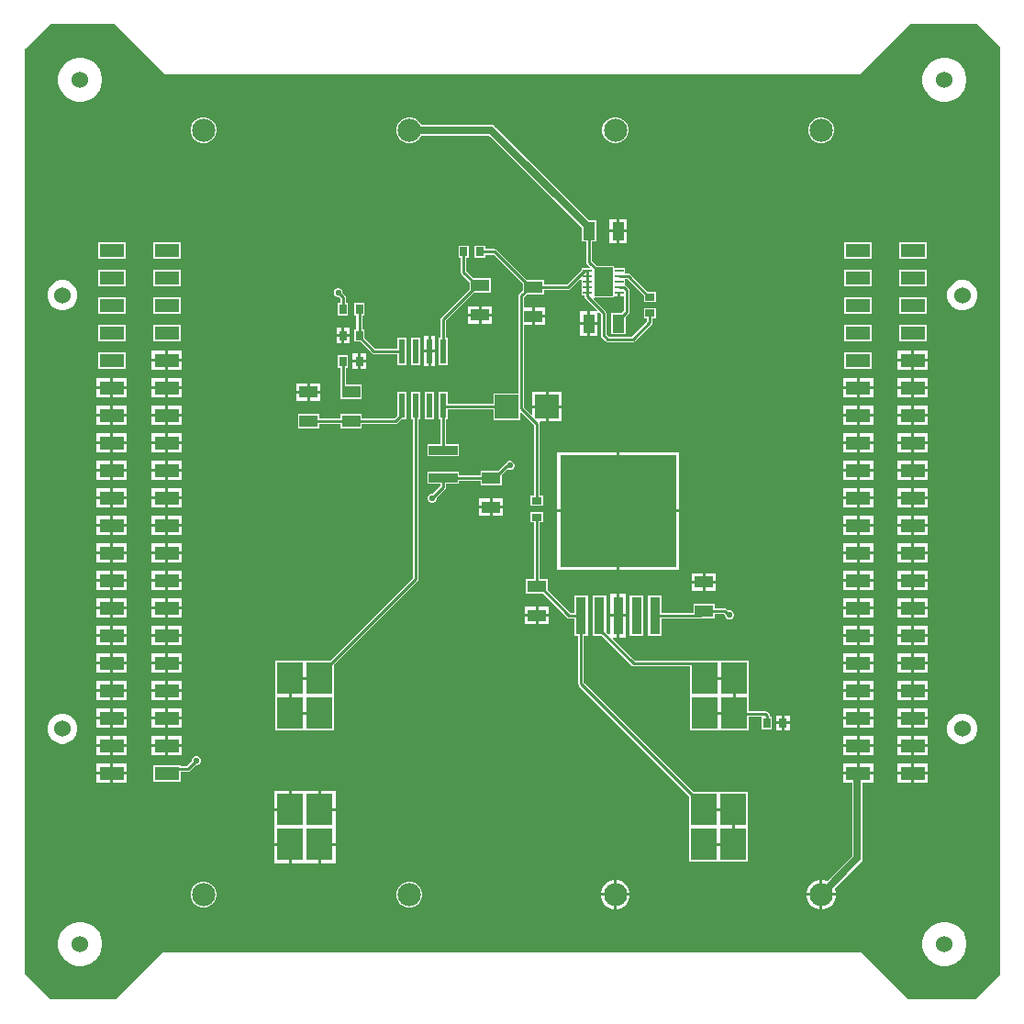
<source format=gbl>
G04*
G04 #@! TF.GenerationSoftware,Altium Limited,Altium Designer,21.6.1 (37)*
G04*
G04 Layer_Physical_Order=2*
G04 Layer_Color=16711680*
%FSLAX25Y25*%
%MOIN*%
G70*
G04*
G04 #@! TF.SameCoordinates,C516AF74-9130-49D1-8B6C-B0EE44DE5DC1*
G04*
G04*
G04 #@! TF.FilePolarity,Positive*
G04*
G01*
G75*
%ADD12C,0.01000*%
%ADD19R,0.02756X0.03543*%
%ADD21C,0.02800*%
%ADD22C,0.08445*%
%ADD23C,0.06000*%
%ADD24C,0.02300*%
%ADD25R,0.06693X0.04331*%
%ADD26R,0.09016X0.05000*%
%ADD27R,0.09646X0.11614*%
%ADD28R,0.02100X0.09000*%
%ADD29R,0.03543X0.02756*%
%ADD30R,0.04331X0.06693*%
%ADD31R,0.10600X0.03350*%
%ADD32R,0.08584X0.08701*%
%ADD33R,0.03200X0.01000*%
%ADD34R,0.42200X0.40800*%
%ADD35R,0.03800X0.13800*%
%ADD36R,0.06900X0.10630*%
G36*
X24590Y-8280D02*
Y-345359D01*
X15612Y-354338D01*
X-8601D01*
X-25801Y-337138D01*
X-279401D01*
Y-337138D01*
X-296601Y-354338D01*
X-296601Y-354337D01*
X-320333D01*
X-329853Y-344817D01*
X-329806Y-344770D01*
Y-9030D01*
X-329362D01*
X-320322Y11D01*
X-320311Y-0D01*
X-296938D01*
X-278601Y-18337D01*
X-26520D01*
X-8165Y17D01*
X16292D01*
X24590Y-8280D01*
D02*
G37*
%LPC*%
G36*
X5173Y-12200D02*
X3597D01*
X2051Y-12507D01*
X595Y-13111D01*
X-715Y-13986D01*
X-1829Y-15100D01*
X-2705Y-16411D01*
X-3308Y-17867D01*
X-3615Y-19412D01*
Y-20988D01*
X-3308Y-22534D01*
X-2705Y-23990D01*
X-1829Y-25300D01*
X-715Y-26414D01*
X595Y-27290D01*
X2051Y-27893D01*
X3597Y-28200D01*
X5173D01*
X6718Y-27893D01*
X8174Y-27290D01*
X9485Y-26414D01*
X10599Y-25300D01*
X11474Y-23990D01*
X12077Y-22534D01*
X12385Y-20988D01*
Y-19412D01*
X12077Y-17867D01*
X11474Y-16411D01*
X10599Y-15100D01*
X9485Y-13986D01*
X8174Y-13111D01*
X6718Y-12507D01*
X5173Y-12200D01*
D02*
G37*
G36*
X-308814D02*
X-310390D01*
X-311936Y-12507D01*
X-313392Y-13111D01*
X-314702Y-13986D01*
X-315816Y-15100D01*
X-316692Y-16411D01*
X-317295Y-17867D01*
X-317602Y-19412D01*
Y-20988D01*
X-317295Y-22534D01*
X-316692Y-23990D01*
X-315816Y-25300D01*
X-314702Y-26414D01*
X-313392Y-27290D01*
X-311936Y-27893D01*
X-310390Y-28200D01*
X-308814D01*
X-307269Y-27893D01*
X-305813Y-27290D01*
X-304503Y-26414D01*
X-303388Y-25300D01*
X-302513Y-23990D01*
X-301910Y-22534D01*
X-301602Y-20988D01*
Y-19412D01*
X-301910Y-17867D01*
X-302513Y-16411D01*
X-303388Y-15100D01*
X-304503Y-13986D01*
X-305813Y-13111D01*
X-307269Y-12507D01*
X-308814Y-12200D01*
D02*
G37*
G36*
X-39772Y-33758D02*
X-41016D01*
X-42217Y-34080D01*
X-43293Y-34701D01*
X-44173Y-35581D01*
X-44794Y-36657D01*
X-45116Y-37858D01*
Y-39102D01*
X-44794Y-40303D01*
X-44173Y-41380D01*
X-43293Y-42259D01*
X-42217Y-42881D01*
X-41016Y-43203D01*
X-39772D01*
X-38571Y-42881D01*
X-37494Y-42259D01*
X-36615Y-41380D01*
X-35993Y-40303D01*
X-35671Y-39102D01*
Y-37858D01*
X-35993Y-36657D01*
X-36615Y-35581D01*
X-37494Y-34701D01*
X-38571Y-34080D01*
X-39772Y-33758D01*
D02*
G37*
G36*
X-114575D02*
X-115819D01*
X-117020Y-34080D01*
X-118097Y-34701D01*
X-118976Y-35581D01*
X-119598Y-36657D01*
X-119919Y-37858D01*
Y-39102D01*
X-119598Y-40303D01*
X-118976Y-41380D01*
X-118097Y-42259D01*
X-117020Y-42881D01*
X-115819Y-43203D01*
X-114575D01*
X-113374Y-42881D01*
X-112297Y-42259D01*
X-111418Y-41380D01*
X-110796Y-40303D01*
X-110475Y-39102D01*
Y-37858D01*
X-110796Y-36657D01*
X-111418Y-35581D01*
X-112297Y-34701D01*
X-113374Y-34080D01*
X-114575Y-33758D01*
D02*
G37*
G36*
X-264182D02*
X-265425D01*
X-266626Y-34080D01*
X-267703Y-34701D01*
X-268582Y-35581D01*
X-269204Y-36657D01*
X-269526Y-37858D01*
Y-39102D01*
X-269204Y-40303D01*
X-268582Y-41380D01*
X-267703Y-42259D01*
X-266626Y-42881D01*
X-265425Y-43203D01*
X-264182D01*
X-262981Y-42881D01*
X-261904Y-42259D01*
X-261024Y-41380D01*
X-260403Y-40303D01*
X-260081Y-39102D01*
Y-37858D01*
X-260403Y-36657D01*
X-261024Y-35581D01*
X-261904Y-34701D01*
X-262981Y-34080D01*
X-264182Y-33758D01*
D02*
G37*
G36*
X-111049Y-70732D02*
X-113714D01*
Y-74578D01*
X-111049D01*
Y-70732D01*
D02*
G37*
G36*
X-114714D02*
X-117380D01*
Y-74578D01*
X-114714D01*
Y-70732D01*
D02*
G37*
G36*
X-111049Y-75578D02*
X-113714D01*
Y-79425D01*
X-111049D01*
Y-75578D01*
D02*
G37*
G36*
X-114714D02*
X-117380D01*
Y-79425D01*
X-114714D01*
Y-75578D01*
D02*
G37*
G36*
X-2147Y-79170D02*
X-12163D01*
Y-85170D01*
X-2147D01*
Y-79170D01*
D02*
G37*
G36*
X-22029D02*
X-32045D01*
Y-85170D01*
X-22029D01*
Y-79170D01*
D02*
G37*
G36*
X-273174D02*
X-283189D01*
Y-85170D01*
X-273174D01*
Y-79170D01*
D02*
G37*
G36*
X-293056D02*
X-303071D01*
Y-85170D01*
X-293056D01*
Y-79170D01*
D02*
G37*
G36*
X-189378Y-33758D02*
X-190622D01*
X-191823Y-34080D01*
X-192900Y-34701D01*
X-193779Y-35581D01*
X-194401Y-36657D01*
X-194723Y-37858D01*
Y-39102D01*
X-194401Y-40303D01*
X-193779Y-41380D01*
X-192900Y-42259D01*
X-191823Y-42881D01*
X-190622Y-43203D01*
X-189378D01*
X-188177Y-42881D01*
X-187101Y-42259D01*
X-186221Y-41380D01*
X-185666Y-40417D01*
X-161064D01*
X-127510Y-73971D01*
Y-78925D01*
X-125864D01*
Y-86367D01*
X-125786Y-86757D01*
X-125565Y-87088D01*
X-124506Y-88147D01*
X-124697Y-88609D01*
X-125231D01*
X-125329Y-88589D01*
X-126429D01*
X-126528Y-88609D01*
X-127429D01*
Y-89167D01*
X-132758Y-94496D01*
X-141155D01*
Y-92850D01*
X-147405D01*
X-158277Y-81978D01*
X-158608Y-81757D01*
X-158998Y-81680D01*
X-162470D01*
Y-80428D01*
X-166226D01*
Y-84971D01*
X-162470D01*
Y-83719D01*
X-159420D01*
X-148847Y-94292D01*
Y-96739D01*
X-150068Y-97960D01*
X-150289Y-98291D01*
X-150367Y-98681D01*
Y-134069D01*
X-159385D01*
Y-137900D01*
X-176151D01*
Y-133526D01*
X-179251D01*
Y-143526D01*
X-178720D01*
Y-152612D01*
X-183501D01*
Y-156962D01*
X-171901D01*
Y-152612D01*
X-176681D01*
Y-143526D01*
X-176151D01*
Y-139939D01*
X-159385D01*
Y-143770D01*
X-149801D01*
Y-141240D01*
X-149339Y-141048D01*
X-144720Y-145667D01*
Y-171259D01*
X-145973D01*
Y-175015D01*
X-141429D01*
Y-171259D01*
X-142681D01*
Y-145245D01*
X-142759Y-144854D01*
X-142815Y-144770D01*
X-142548Y-144270D01*
X-140469D01*
Y-139419D01*
X-145262D01*
Y-141589D01*
X-145723Y-141780D01*
X-148281Y-139222D01*
Y-134155D01*
X-148328Y-133921D01*
Y-109311D01*
X-145501D01*
Y-106145D01*
X-145001D01*
D01*
X-145501D01*
Y-102980D01*
X-148328D01*
Y-99103D01*
X-147405Y-98181D01*
X-141155D01*
Y-96535D01*
X-132336D01*
X-131946Y-96457D01*
X-131615Y-96236D01*
X-127910Y-92532D01*
X-127429Y-92758D01*
Y-94547D01*
Y-98485D01*
X-126349D01*
Y-98967D01*
X-126271Y-99358D01*
X-126050Y-99688D01*
X-121881Y-103858D01*
X-122088Y-104358D01*
X-124344D01*
Y-108204D01*
X-121679D01*
Y-104767D01*
X-121179Y-104560D01*
X-120549Y-105190D01*
Y-112903D01*
X-120471Y-113293D01*
X-120250Y-113624D01*
X-118737Y-115137D01*
X-118406Y-115358D01*
X-118016Y-115436D01*
X-108680D01*
X-108290Y-115358D01*
X-107959Y-115137D01*
X-101880Y-109058D01*
X-101659Y-108728D01*
X-101581Y-108337D01*
Y-106842D01*
X-100329D01*
Y-103086D01*
X-104873D01*
Y-106842D01*
X-103621D01*
Y-107915D01*
X-109102Y-113397D01*
X-117593D01*
X-118510Y-112480D01*
Y-104767D01*
X-118587Y-104377D01*
X-118808Y-104046D01*
X-122993Y-99862D01*
X-122786Y-99362D01*
X-115579D01*
Y-98985D01*
X-114229D01*
Y-97485D01*
X-113229D01*
Y-98985D01*
X-112149D01*
Y-104016D01*
X-112991Y-104858D01*
X-116880D01*
Y-112551D01*
X-111549D01*
Y-106300D01*
X-110408Y-105159D01*
X-110187Y-104828D01*
X-110110Y-104438D01*
Y-96571D01*
X-110187Y-96180D01*
X-110408Y-95850D01*
X-111463Y-94795D01*
X-111629Y-94684D01*
Y-92598D01*
X-110898D01*
X-104873Y-98623D01*
Y-100937D01*
X-100329D01*
Y-97181D01*
X-103431D01*
X-109755Y-90857D01*
X-110085Y-90636D01*
X-110475Y-90558D01*
X-111629D01*
Y-88609D01*
X-115579D01*
Y-87732D01*
X-122037D01*
X-123825Y-85945D01*
Y-78925D01*
X-122179D01*
Y-71232D01*
X-124770D01*
X-158891Y-37110D01*
X-159520Y-36690D01*
X-160261Y-36543D01*
X-185666D01*
X-186221Y-35581D01*
X-187101Y-34701D01*
X-188177Y-34080D01*
X-189378Y-33758D01*
D02*
G37*
G36*
X-2147Y-89170D02*
X-12163D01*
Y-95170D01*
X-2147D01*
Y-89170D01*
D02*
G37*
G36*
X-22029D02*
X-32045D01*
Y-95170D01*
X-22029D01*
Y-89170D01*
D02*
G37*
G36*
X-273174D02*
X-283189D01*
Y-95170D01*
X-273174D01*
Y-89170D01*
D02*
G37*
G36*
X-293056D02*
X-303071D01*
Y-95170D01*
X-293056D01*
Y-89170D01*
D02*
G37*
G36*
X11541Y-92950D02*
X10106D01*
X8720Y-93322D01*
X7477Y-94039D01*
X6462Y-95054D01*
X5745Y-96297D01*
X5373Y-97683D01*
Y-99118D01*
X5745Y-100504D01*
X6462Y-101746D01*
X7477Y-102761D01*
X8720Y-103479D01*
X10106Y-103850D01*
X11541D01*
X12927Y-103479D01*
X14170Y-102761D01*
X15184Y-101746D01*
X15902Y-100504D01*
X16273Y-99118D01*
Y-97683D01*
X15902Y-96297D01*
X15184Y-95054D01*
X14170Y-94039D01*
X12927Y-93322D01*
X11541Y-92950D01*
D02*
G37*
G36*
X-315323D02*
X-316758D01*
X-318144Y-93322D01*
X-319387Y-94039D01*
X-320402Y-95054D01*
X-321119Y-96297D01*
X-321491Y-97683D01*
Y-99118D01*
X-321119Y-100504D01*
X-320402Y-101746D01*
X-319387Y-102761D01*
X-318144Y-103479D01*
X-316758Y-103850D01*
X-315323D01*
X-313937Y-103479D01*
X-312695Y-102761D01*
X-311680Y-101746D01*
X-310962Y-100504D01*
X-310591Y-99118D01*
Y-97683D01*
X-310962Y-96297D01*
X-311680Y-95054D01*
X-312695Y-94039D01*
X-313937Y-93322D01*
X-315323Y-92950D01*
D02*
G37*
G36*
X-160002Y-102389D02*
X-163848D01*
Y-105055D01*
X-160002D01*
Y-102389D01*
D02*
G37*
G36*
X-164848D02*
X-168695D01*
Y-105055D01*
X-164848D01*
Y-102389D01*
D02*
G37*
G36*
X-2147Y-99170D02*
X-12163D01*
Y-105170D01*
X-2147D01*
Y-99170D01*
D02*
G37*
G36*
X-22029D02*
X-32045D01*
Y-105170D01*
X-22029D01*
Y-99170D01*
D02*
G37*
G36*
X-273174D02*
X-283189D01*
Y-105170D01*
X-273174D01*
Y-99170D01*
D02*
G37*
G36*
X-293056D02*
X-303071D01*
Y-105170D01*
X-293056D01*
Y-99170D01*
D02*
G37*
G36*
X-140655Y-102980D02*
X-144501D01*
Y-105645D01*
X-140655D01*
Y-102980D01*
D02*
G37*
G36*
X-215551Y-95835D02*
X-216208D01*
X-216814Y-96086D01*
X-217279Y-96550D01*
X-217530Y-97157D01*
Y-97813D01*
X-217279Y-98420D01*
X-216814Y-98884D01*
X-216208Y-99135D01*
X-215672D01*
X-215128Y-99679D01*
Y-101315D01*
X-215986D01*
Y-105858D01*
X-212230D01*
Y-101315D01*
X-213088D01*
Y-99257D01*
X-213166Y-98866D01*
X-213387Y-98536D01*
X-214230Y-97693D01*
Y-97157D01*
X-214481Y-96550D01*
X-214945Y-96086D01*
X-215551Y-95835D01*
D02*
G37*
G36*
X-125344Y-104358D02*
X-128010D01*
Y-108204D01*
X-125344D01*
Y-104358D01*
D02*
G37*
G36*
X-160002Y-106055D02*
X-163848D01*
Y-108720D01*
X-160002D01*
Y-106055D01*
D02*
G37*
G36*
X-164848D02*
X-168695D01*
Y-108720D01*
X-164848D01*
Y-106055D01*
D02*
G37*
G36*
X-140655Y-106645D02*
X-144501D01*
Y-109311D01*
X-140655D01*
Y-106645D01*
D02*
G37*
G36*
X-211730Y-110267D02*
X-213608D01*
Y-112538D01*
X-211730D01*
Y-110267D01*
D02*
G37*
G36*
X-214608D02*
X-216486D01*
Y-112538D01*
X-214608D01*
Y-110267D01*
D02*
G37*
G36*
X-121679Y-109204D02*
X-124344D01*
Y-113051D01*
X-121679D01*
Y-109204D01*
D02*
G37*
G36*
X-125344D02*
X-128010D01*
Y-113051D01*
X-125344D01*
Y-109204D01*
D02*
G37*
G36*
X-2147Y-109170D02*
X-12163D01*
Y-115170D01*
X-2147D01*
Y-109170D01*
D02*
G37*
G36*
X-22029D02*
X-32045D01*
Y-115170D01*
X-22029D01*
Y-109170D01*
D02*
G37*
G36*
X-273174D02*
X-283189D01*
Y-115170D01*
X-273174D01*
Y-109170D01*
D02*
G37*
G36*
X-293056D02*
X-303071D01*
Y-115170D01*
X-293056D01*
Y-109170D01*
D02*
G37*
G36*
X-211730Y-113538D02*
X-213608D01*
Y-115810D01*
X-211730D01*
Y-113538D01*
D02*
G37*
G36*
X-214608D02*
X-216486D01*
Y-115810D01*
X-214608D01*
Y-113538D01*
D02*
G37*
G36*
X-180651Y-113226D02*
X-182201D01*
Y-118226D01*
X-180651D01*
Y-113226D01*
D02*
G37*
G36*
X-183201D02*
X-184751D01*
Y-118226D01*
X-183201D01*
Y-113226D01*
D02*
G37*
G36*
X-1647Y-118670D02*
X-6655D01*
Y-121670D01*
X-1647D01*
Y-118670D01*
D02*
G37*
G36*
X-7655D02*
X-12663D01*
Y-121670D01*
X-7655D01*
Y-118670D01*
D02*
G37*
G36*
X-272674D02*
X-277681D01*
Y-121670D01*
X-272674D01*
Y-118670D01*
D02*
G37*
G36*
X-278681D02*
X-283689D01*
Y-121670D01*
X-278681D01*
Y-118670D01*
D02*
G37*
G36*
X-205824Y-119666D02*
X-207702D01*
Y-121937D01*
X-205824D01*
Y-119666D01*
D02*
G37*
G36*
X-208702D02*
X-210580D01*
Y-121937D01*
X-208702D01*
Y-119666D01*
D02*
G37*
G36*
X-168376Y-80428D02*
X-172132D01*
Y-84971D01*
X-171273D01*
Y-90200D01*
X-171196Y-90591D01*
X-170975Y-90921D01*
X-168195Y-93701D01*
Y-96148D01*
X-178422Y-106376D01*
X-178643Y-106706D01*
X-178720Y-107097D01*
Y-113726D01*
X-179251D01*
Y-123726D01*
X-176151D01*
Y-113726D01*
X-176681D01*
Y-107519D01*
X-166753Y-97590D01*
X-160502D01*
Y-92260D01*
X-166753D01*
X-169234Y-89778D01*
Y-84971D01*
X-168376D01*
Y-80428D01*
D02*
G37*
G36*
X-186151Y-113726D02*
X-189251D01*
Y-123726D01*
X-186151D01*
Y-113726D01*
D02*
G37*
G36*
X-206325Y-101315D02*
X-210080D01*
Y-105858D01*
X-209222D01*
Y-110767D01*
X-210080D01*
Y-115310D01*
X-207766D01*
X-203630Y-119447D01*
X-203299Y-119667D01*
X-202909Y-119745D01*
X-194251D01*
Y-123726D01*
X-191151D01*
Y-113726D01*
X-194251D01*
Y-117706D01*
X-202487D01*
X-206325Y-113868D01*
Y-110767D01*
X-207183D01*
Y-105858D01*
X-206325D01*
Y-101315D01*
D02*
G37*
G36*
X-180651Y-119226D02*
X-182201D01*
Y-124226D01*
X-180651D01*
Y-119226D01*
D02*
G37*
G36*
X-183201D02*
X-184751D01*
Y-124226D01*
X-183201D01*
Y-119226D01*
D02*
G37*
G36*
X-22029Y-119170D02*
X-32045D01*
Y-125170D01*
X-22029D01*
Y-119170D01*
D02*
G37*
G36*
X-293056D02*
X-303071D01*
Y-125170D01*
X-293056D01*
Y-119170D01*
D02*
G37*
G36*
X-205824Y-122937D02*
X-207702D01*
Y-125209D01*
X-205824D01*
Y-122937D01*
D02*
G37*
G36*
X-208702D02*
X-210580D01*
Y-125209D01*
X-208702D01*
Y-122937D01*
D02*
G37*
G36*
X-1647Y-122670D02*
X-6655D01*
Y-125670D01*
X-1647D01*
Y-122670D01*
D02*
G37*
G36*
X-7655D02*
X-12663D01*
Y-125670D01*
X-7655D01*
Y-122670D01*
D02*
G37*
G36*
X-272674Y-122670D02*
X-277681D01*
Y-125670D01*
X-272674D01*
Y-122670D01*
D02*
G37*
G36*
X-278681D02*
X-283689D01*
Y-125670D01*
X-278681D01*
Y-122670D01*
D02*
G37*
G36*
X-292555Y-128670D02*
X-297563D01*
Y-131670D01*
X-292555D01*
Y-128670D01*
D02*
G37*
G36*
X-298563D02*
X-303571D01*
Y-131670D01*
X-298563D01*
Y-128670D01*
D02*
G37*
G36*
X-1647D02*
X-6655D01*
Y-131670D01*
X-1647D01*
Y-128670D01*
D02*
G37*
G36*
X-7655D02*
X-12663D01*
Y-131670D01*
X-7655D01*
Y-128670D01*
D02*
G37*
G36*
X-272674D02*
X-277681D01*
Y-131670D01*
X-272674D01*
Y-128670D01*
D02*
G37*
G36*
X-278681D02*
X-283689D01*
Y-131670D01*
X-278681D01*
Y-128670D01*
D02*
G37*
G36*
X-21529D02*
X-26537D01*
Y-131670D01*
X-21529D01*
Y-128670D01*
D02*
G37*
G36*
X-27537D02*
X-32545D01*
Y-131670D01*
X-27537D01*
Y-128670D01*
D02*
G37*
G36*
X-222355Y-130439D02*
X-226201D01*
Y-133104D01*
X-222355D01*
Y-130439D01*
D02*
G37*
G36*
X-227201D02*
X-231047D01*
Y-133104D01*
X-227201D01*
Y-130439D01*
D02*
G37*
G36*
X-1647Y-132670D02*
X-6655D01*
Y-135670D01*
X-1647D01*
Y-132670D01*
D02*
G37*
G36*
X-7655D02*
X-12663D01*
Y-135670D01*
X-7655D01*
Y-132670D01*
D02*
G37*
G36*
X-21529Y-132670D02*
X-26537D01*
Y-135670D01*
X-21529D01*
Y-132670D01*
D02*
G37*
G36*
X-27537D02*
X-32545D01*
Y-135670D01*
X-27537D01*
Y-132670D01*
D02*
G37*
G36*
X-272674Y-132670D02*
X-277681D01*
Y-135670D01*
X-272674D01*
Y-132670D01*
D02*
G37*
G36*
X-278681D02*
X-283689D01*
Y-135670D01*
X-278681D01*
Y-132670D01*
D02*
G37*
G36*
X-292555Y-132670D02*
X-297563D01*
Y-135670D01*
X-292555D01*
Y-132670D01*
D02*
G37*
G36*
X-298563D02*
X-303571D01*
Y-135670D01*
X-298563D01*
Y-132670D01*
D02*
G37*
G36*
X-212230Y-120166D02*
X-215986D01*
Y-124709D01*
X-215128D01*
Y-131833D01*
X-215050Y-132223D01*
X-215002Y-132295D01*
Y-136270D01*
X-207309D01*
Y-130939D01*
X-213088D01*
Y-124709D01*
X-212230D01*
Y-120166D01*
D02*
G37*
G36*
X-222355Y-134104D02*
X-226201D01*
Y-136770D01*
X-222355D01*
Y-134104D01*
D02*
G37*
G36*
X-227201D02*
X-231047D01*
Y-136770D01*
X-227201D01*
Y-134104D01*
D02*
G37*
G36*
X-134677Y-133569D02*
X-139469D01*
Y-138419D01*
X-134677D01*
Y-133569D01*
D02*
G37*
G36*
X-140469D02*
X-145262D01*
Y-138419D01*
X-140469D01*
Y-133569D01*
D02*
G37*
G36*
X-292555Y-138670D02*
X-297563D01*
Y-141670D01*
X-292555D01*
Y-138670D01*
D02*
G37*
G36*
X-298563D02*
X-303571D01*
Y-141670D01*
X-298563D01*
Y-138670D01*
D02*
G37*
G36*
X-1647D02*
X-6655D01*
Y-141670D01*
X-1647D01*
Y-138670D01*
D02*
G37*
G36*
X-7655D02*
X-12663D01*
Y-141670D01*
X-7655D01*
Y-138670D01*
D02*
G37*
G36*
X-272674D02*
X-277681D01*
Y-141670D01*
X-272674D01*
Y-138670D01*
D02*
G37*
G36*
X-278681D02*
X-283689D01*
Y-141670D01*
X-278681D01*
Y-138670D01*
D02*
G37*
G36*
X-21529D02*
X-26537D01*
Y-141670D01*
X-21529D01*
Y-138670D01*
D02*
G37*
G36*
X-27537D02*
X-32545D01*
Y-141670D01*
X-27537D01*
Y-138670D01*
D02*
G37*
G36*
X-191151Y-133526D02*
X-194251D01*
Y-142084D01*
X-195382Y-143215D01*
X-207309D01*
Y-141569D01*
X-215002D01*
Y-143215D01*
X-222854D01*
Y-141569D01*
X-230547D01*
Y-146900D01*
X-222854D01*
Y-145254D01*
X-215002D01*
Y-146900D01*
X-207309D01*
Y-145254D01*
X-194960D01*
X-194569Y-145176D01*
X-194239Y-144955D01*
X-192809Y-143526D01*
X-191151D01*
Y-133526D01*
D02*
G37*
G36*
X-181151D02*
X-184251D01*
Y-143526D01*
X-181151D01*
Y-133526D01*
D02*
G37*
G36*
X-134677Y-139419D02*
X-139469D01*
Y-144270D01*
X-134677D01*
Y-139419D01*
D02*
G37*
G36*
X-1647Y-142670D02*
X-6655D01*
Y-145670D01*
X-1647D01*
Y-142670D01*
D02*
G37*
G36*
X-7655D02*
X-12663D01*
Y-145670D01*
X-7655D01*
Y-142670D01*
D02*
G37*
G36*
X-21529Y-142670D02*
X-26537D01*
Y-145670D01*
X-21529D01*
Y-142670D01*
D02*
G37*
G36*
X-27537D02*
X-32545D01*
Y-145670D01*
X-27537D01*
Y-142670D01*
D02*
G37*
G36*
X-272674Y-142670D02*
X-277681D01*
Y-145670D01*
X-272674D01*
Y-142670D01*
D02*
G37*
G36*
X-278681D02*
X-283689D01*
Y-145670D01*
X-278681D01*
Y-142670D01*
D02*
G37*
G36*
X-292555Y-142670D02*
X-297563D01*
Y-145670D01*
X-292555D01*
Y-142670D01*
D02*
G37*
G36*
X-298563D02*
X-303571D01*
Y-145670D01*
X-298563D01*
Y-142670D01*
D02*
G37*
G36*
X-292555Y-148670D02*
X-297563D01*
Y-151670D01*
X-292555D01*
Y-148670D01*
D02*
G37*
G36*
X-298563D02*
X-303571D01*
Y-151670D01*
X-298563D01*
Y-148670D01*
D02*
G37*
G36*
X-1647D02*
X-6655D01*
Y-151670D01*
X-1647D01*
Y-148670D01*
D02*
G37*
G36*
X-7655D02*
X-12663D01*
Y-151670D01*
X-7655D01*
Y-148670D01*
D02*
G37*
G36*
X-272674D02*
X-277681D01*
Y-151670D01*
X-272674D01*
Y-148670D01*
D02*
G37*
G36*
X-278681D02*
X-283689D01*
Y-151670D01*
X-278681D01*
Y-148670D01*
D02*
G37*
G36*
X-21529D02*
X-26537D01*
Y-151670D01*
X-21529D01*
Y-148670D01*
D02*
G37*
G36*
X-27537D02*
X-32545D01*
Y-151670D01*
X-27537D01*
Y-148670D01*
D02*
G37*
G36*
X-1647Y-152670D02*
X-6655D01*
Y-155670D01*
X-1647D01*
Y-152670D01*
D02*
G37*
G36*
X-7655D02*
X-12663D01*
Y-155670D01*
X-7655D01*
Y-152670D01*
D02*
G37*
G36*
X-21529Y-152670D02*
X-26537D01*
Y-155670D01*
X-21529D01*
Y-152670D01*
D02*
G37*
G36*
X-27537D02*
X-32545D01*
Y-155670D01*
X-27537D01*
Y-152670D01*
D02*
G37*
G36*
X-272674Y-152670D02*
X-277681D01*
Y-155670D01*
X-272674D01*
Y-152670D01*
D02*
G37*
G36*
X-278681D02*
X-283689D01*
Y-155670D01*
X-278681D01*
Y-152670D01*
D02*
G37*
G36*
X-292555Y-152670D02*
X-297563D01*
Y-155670D01*
X-292555D01*
Y-152670D01*
D02*
G37*
G36*
X-298563D02*
X-303571D01*
Y-155670D01*
X-298563D01*
Y-152670D01*
D02*
G37*
G36*
X-292555Y-158670D02*
X-297563D01*
Y-161670D01*
X-292555D01*
Y-158670D01*
D02*
G37*
G36*
X-298563D02*
X-303571D01*
Y-161670D01*
X-298563D01*
Y-158670D01*
D02*
G37*
G36*
X-1647D02*
X-6655D01*
Y-161670D01*
X-1647D01*
Y-158670D01*
D02*
G37*
G36*
X-7655D02*
X-12663D01*
Y-161670D01*
X-7655D01*
Y-158670D01*
D02*
G37*
G36*
X-272674D02*
X-277681D01*
Y-161670D01*
X-272674D01*
Y-158670D01*
D02*
G37*
G36*
X-278681D02*
X-283689D01*
Y-161670D01*
X-278681D01*
Y-158670D01*
D02*
G37*
G36*
X-21529D02*
X-26537D01*
Y-161670D01*
X-21529D01*
Y-158670D01*
D02*
G37*
G36*
X-27537D02*
X-32545D01*
Y-161670D01*
X-27537D01*
Y-158670D01*
D02*
G37*
G36*
X-153173Y-158687D02*
X-153829D01*
X-154436Y-158939D01*
X-154900Y-159403D01*
X-154957Y-159541D01*
X-155186Y-159587D01*
X-155516Y-159808D01*
X-157881Y-162172D01*
X-164132D01*
Y-163818D01*
X-171901D01*
Y-162662D01*
X-183501D01*
Y-167012D01*
X-178720D01*
Y-167648D01*
X-181543Y-170471D01*
X-182079D01*
X-182686Y-170722D01*
X-183150Y-171186D01*
X-183401Y-171793D01*
Y-172449D01*
X-183150Y-173056D01*
X-182686Y-173520D01*
X-182079Y-173771D01*
X-181423D01*
X-180816Y-173520D01*
X-180352Y-173056D01*
X-180101Y-172449D01*
Y-171913D01*
X-176980Y-168792D01*
X-176759Y-168461D01*
X-176681Y-168071D01*
Y-167012D01*
X-171901D01*
Y-165857D01*
X-164132D01*
Y-167503D01*
X-156439D01*
Y-163614D01*
X-154498Y-161673D01*
X-154436Y-161736D01*
X-153829Y-161987D01*
X-153173D01*
X-152566Y-161736D01*
X-152102Y-161272D01*
X-151851Y-160666D01*
Y-160009D01*
X-152102Y-159403D01*
X-152566Y-158939D01*
X-153173Y-158687D01*
D02*
G37*
G36*
X-1647Y-162670D02*
X-6655D01*
Y-165670D01*
X-1647D01*
Y-162670D01*
D02*
G37*
G36*
X-7655D02*
X-12663D01*
Y-165670D01*
X-7655D01*
Y-162670D01*
D02*
G37*
G36*
X-21529Y-162670D02*
X-26537D01*
Y-165670D01*
X-21529D01*
Y-162670D01*
D02*
G37*
G36*
X-27537D02*
X-32545D01*
Y-165670D01*
X-27537D01*
Y-162670D01*
D02*
G37*
G36*
X-272674Y-162670D02*
X-277681D01*
Y-165670D01*
X-272674D01*
Y-162670D01*
D02*
G37*
G36*
X-278681D02*
X-283689D01*
Y-165670D01*
X-278681D01*
Y-162670D01*
D02*
G37*
G36*
X-292555Y-162670D02*
X-297563D01*
Y-165670D01*
X-292555D01*
Y-162670D01*
D02*
G37*
G36*
X-298563D02*
X-303571D01*
Y-165670D01*
X-298563D01*
Y-162670D01*
D02*
G37*
G36*
X-292555Y-168670D02*
X-297563D01*
Y-171670D01*
X-292555D01*
Y-168670D01*
D02*
G37*
G36*
X-298563D02*
X-303571D01*
Y-171670D01*
X-298563D01*
Y-168670D01*
D02*
G37*
G36*
X-1647D02*
X-6655D01*
Y-171670D01*
X-1647D01*
Y-168670D01*
D02*
G37*
G36*
X-7655D02*
X-12663D01*
Y-171670D01*
X-7655D01*
Y-168670D01*
D02*
G37*
G36*
X-272674D02*
X-277681D01*
Y-171670D01*
X-272674D01*
Y-168670D01*
D02*
G37*
G36*
X-278681D02*
X-283689D01*
Y-171670D01*
X-278681D01*
Y-168670D01*
D02*
G37*
G36*
X-21529D02*
X-26537D01*
Y-171670D01*
X-21529D01*
Y-168670D01*
D02*
G37*
G36*
X-27537D02*
X-32545D01*
Y-171670D01*
X-27537D01*
Y-168670D01*
D02*
G37*
G36*
X-155939Y-172302D02*
X-159785D01*
Y-174967D01*
X-155939D01*
Y-172302D01*
D02*
G37*
G36*
X-160785D02*
X-164632D01*
Y-174967D01*
X-160785D01*
Y-172302D01*
D02*
G37*
G36*
X-1647Y-172670D02*
X-6655D01*
Y-175670D01*
X-1647D01*
Y-172670D01*
D02*
G37*
G36*
X-7655D02*
X-12663D01*
Y-175670D01*
X-7655D01*
Y-172670D01*
D02*
G37*
G36*
X-21529Y-172670D02*
X-26537D01*
Y-175670D01*
X-21529D01*
Y-172670D01*
D02*
G37*
G36*
X-27537D02*
X-32545D01*
Y-175670D01*
X-27537D01*
Y-172670D01*
D02*
G37*
G36*
X-272674Y-172670D02*
X-277681D01*
Y-175670D01*
X-272674D01*
Y-172670D01*
D02*
G37*
G36*
X-278681D02*
X-283689D01*
Y-175670D01*
X-278681D01*
Y-172670D01*
D02*
G37*
G36*
X-292555Y-172670D02*
X-297563D01*
Y-175670D01*
X-292555D01*
Y-172670D01*
D02*
G37*
G36*
X-298563D02*
X-303571D01*
Y-175670D01*
X-298563D01*
Y-172670D01*
D02*
G37*
G36*
X-92114Y-155445D02*
X-113714D01*
Y-176345D01*
X-92114D01*
Y-155445D01*
D02*
G37*
G36*
X-114714D02*
X-136314D01*
Y-176345D01*
X-114714D01*
Y-155445D01*
D02*
G37*
G36*
X-155939Y-175967D02*
X-159785D01*
Y-178633D01*
X-155939D01*
Y-175967D01*
D02*
G37*
G36*
X-160785D02*
X-164632D01*
Y-178633D01*
X-160785D01*
Y-175967D01*
D02*
G37*
G36*
X-292555Y-178670D02*
X-297563D01*
Y-181670D01*
X-292555D01*
Y-178670D01*
D02*
G37*
G36*
X-298563D02*
X-303571D01*
Y-181670D01*
X-298563D01*
Y-178670D01*
D02*
G37*
G36*
X-1647D02*
X-6655D01*
Y-181670D01*
X-1647D01*
Y-178670D01*
D02*
G37*
G36*
X-7655D02*
X-12663D01*
Y-181670D01*
X-7655D01*
Y-178670D01*
D02*
G37*
G36*
X-272674D02*
X-277681D01*
Y-181670D01*
X-272674D01*
Y-178670D01*
D02*
G37*
G36*
X-278681D02*
X-283689D01*
Y-181670D01*
X-278681D01*
Y-178670D01*
D02*
G37*
G36*
X-21529D02*
X-26537D01*
Y-181670D01*
X-21529D01*
Y-178670D01*
D02*
G37*
G36*
X-27537D02*
X-32545D01*
Y-181670D01*
X-27537D01*
Y-178670D01*
D02*
G37*
G36*
X-1647Y-182670D02*
X-6655D01*
Y-185670D01*
X-1647D01*
Y-182670D01*
D02*
G37*
G36*
X-7655D02*
X-12663D01*
Y-185670D01*
X-7655D01*
Y-182670D01*
D02*
G37*
G36*
X-21529Y-182670D02*
X-26537D01*
Y-185670D01*
X-21529D01*
Y-182670D01*
D02*
G37*
G36*
X-27537D02*
X-32545D01*
Y-185670D01*
X-27537D01*
Y-182670D01*
D02*
G37*
G36*
X-272674Y-182670D02*
X-277681D01*
Y-185670D01*
X-272674D01*
Y-182670D01*
D02*
G37*
G36*
X-278681D02*
X-283689D01*
Y-185670D01*
X-278681D01*
Y-182670D01*
D02*
G37*
G36*
X-292555Y-182670D02*
X-297563D01*
Y-185670D01*
X-292555D01*
Y-182670D01*
D02*
G37*
G36*
X-298563D02*
X-303571D01*
Y-185670D01*
X-298563D01*
Y-182670D01*
D02*
G37*
G36*
X-292555Y-188670D02*
X-297563D01*
Y-191670D01*
X-292555D01*
Y-188670D01*
D02*
G37*
G36*
X-298563D02*
X-303571D01*
Y-191670D01*
X-298563D01*
Y-188670D01*
D02*
G37*
G36*
X-1647D02*
X-6655D01*
Y-191670D01*
X-1647D01*
Y-188670D01*
D02*
G37*
G36*
X-7655D02*
X-12663D01*
Y-191670D01*
X-7655D01*
Y-188670D01*
D02*
G37*
G36*
X-272674D02*
X-277681D01*
Y-191670D01*
X-272674D01*
Y-188670D01*
D02*
G37*
G36*
X-278681D02*
X-283689D01*
Y-191670D01*
X-278681D01*
Y-188670D01*
D02*
G37*
G36*
X-21529D02*
X-26537D01*
Y-191670D01*
X-21529D01*
Y-188670D01*
D02*
G37*
G36*
X-27537D02*
X-32545D01*
Y-191670D01*
X-27537D01*
Y-188670D01*
D02*
G37*
G36*
X-1647Y-192670D02*
X-6655D01*
Y-195670D01*
X-1647D01*
Y-192670D01*
D02*
G37*
G36*
X-7655D02*
X-12663D01*
Y-195670D01*
X-7655D01*
Y-192670D01*
D02*
G37*
G36*
X-21529Y-192670D02*
X-26537D01*
Y-195670D01*
X-21529D01*
Y-192670D01*
D02*
G37*
G36*
X-27537D02*
X-32545D01*
Y-195670D01*
X-27537D01*
Y-192670D01*
D02*
G37*
G36*
X-272674Y-192670D02*
X-277681D01*
Y-195670D01*
X-272674D01*
Y-192670D01*
D02*
G37*
G36*
X-278681D02*
X-283689D01*
Y-195670D01*
X-278681D01*
Y-192670D01*
D02*
G37*
G36*
X-292555Y-192670D02*
X-297563D01*
Y-195670D01*
X-292555D01*
Y-192670D01*
D02*
G37*
G36*
X-298563D02*
X-303571D01*
Y-195670D01*
X-298563D01*
Y-192670D01*
D02*
G37*
G36*
X-92114Y-177345D02*
X-113714D01*
Y-198245D01*
X-92114D01*
Y-177345D01*
D02*
G37*
G36*
X-114714D02*
X-136314D01*
Y-198245D01*
X-114714D01*
Y-177345D01*
D02*
G37*
G36*
X-292555Y-198670D02*
X-297563D01*
Y-201670D01*
X-292555D01*
Y-198670D01*
D02*
G37*
G36*
X-298563D02*
X-303571D01*
Y-201670D01*
X-298563D01*
Y-198670D01*
D02*
G37*
G36*
X-1647D02*
X-6655D01*
Y-201670D01*
X-1647D01*
Y-198670D01*
D02*
G37*
G36*
X-7655D02*
X-12663D01*
Y-201670D01*
X-7655D01*
Y-198670D01*
D02*
G37*
G36*
X-272674D02*
X-277681D01*
Y-201670D01*
X-272674D01*
Y-198670D01*
D02*
G37*
G36*
X-278681D02*
X-283689D01*
Y-201670D01*
X-278681D01*
Y-198670D01*
D02*
G37*
G36*
X-21529D02*
X-26537D01*
Y-201670D01*
X-21529D01*
Y-198670D01*
D02*
G37*
G36*
X-27537D02*
X-32545D01*
Y-201670D01*
X-27537D01*
Y-198670D01*
D02*
G37*
G36*
X-78569Y-199472D02*
X-82416D01*
Y-202137D01*
X-78569D01*
Y-199472D01*
D02*
G37*
G36*
X-83416D02*
X-87262D01*
Y-202137D01*
X-83416D01*
Y-199472D01*
D02*
G37*
G36*
X-1647Y-202670D02*
X-6655D01*
Y-205670D01*
X-1647D01*
Y-202670D01*
D02*
G37*
G36*
X-7655D02*
X-12663D01*
Y-205670D01*
X-7655D01*
Y-202670D01*
D02*
G37*
G36*
X-21529Y-202670D02*
X-26537D01*
Y-205670D01*
X-21529D01*
Y-202670D01*
D02*
G37*
G36*
X-27537D02*
X-32545D01*
Y-205670D01*
X-27537D01*
Y-202670D01*
D02*
G37*
G36*
X-272674Y-202670D02*
X-277681D01*
Y-205670D01*
X-272674D01*
Y-202670D01*
D02*
G37*
G36*
X-278681D02*
X-283689D01*
Y-205670D01*
X-278681D01*
Y-202670D01*
D02*
G37*
G36*
X-292555Y-202670D02*
X-297563D01*
Y-205670D01*
X-292555D01*
Y-202670D01*
D02*
G37*
G36*
X-298563D02*
X-303571D01*
Y-205670D01*
X-298563D01*
Y-202670D01*
D02*
G37*
G36*
X-78569Y-203137D02*
X-82416D01*
Y-205803D01*
X-78569D01*
Y-203137D01*
D02*
G37*
G36*
X-83416D02*
X-87262D01*
Y-205803D01*
X-83416D01*
Y-203137D01*
D02*
G37*
G36*
X-292555Y-208670D02*
X-297563D01*
Y-211670D01*
X-292555D01*
Y-208670D01*
D02*
G37*
G36*
X-298563D02*
X-303571D01*
Y-211670D01*
X-298563D01*
Y-208670D01*
D02*
G37*
G36*
X-1647D02*
X-6655D01*
Y-211670D01*
X-1647D01*
Y-208670D01*
D02*
G37*
G36*
X-7655D02*
X-12663D01*
Y-211670D01*
X-7655D01*
Y-208670D01*
D02*
G37*
G36*
X-272674D02*
X-277681D01*
Y-211670D01*
X-272674D01*
Y-208670D01*
D02*
G37*
G36*
X-278681D02*
X-283689D01*
Y-211670D01*
X-278681D01*
Y-208670D01*
D02*
G37*
G36*
X-21529D02*
X-26537D01*
Y-211670D01*
X-21529D01*
Y-208670D01*
D02*
G37*
G36*
X-27537D02*
X-32545D01*
Y-211670D01*
X-27537D01*
Y-208670D01*
D02*
G37*
G36*
X-139359Y-211677D02*
X-143206D01*
Y-214342D01*
X-139359D01*
Y-211677D01*
D02*
G37*
G36*
X-144206D02*
X-148052D01*
Y-214342D01*
X-144206D01*
Y-211677D01*
D02*
G37*
G36*
X-111314Y-206945D02*
X-113714D01*
Y-214345D01*
X-111314D01*
Y-206945D01*
D02*
G37*
G36*
X-114714D02*
X-117114D01*
Y-214345D01*
X-114714D01*
Y-206945D01*
D02*
G37*
G36*
X-1647Y-212670D02*
X-6655D01*
Y-215670D01*
X-1647D01*
Y-212670D01*
D02*
G37*
G36*
X-7655D02*
X-12663D01*
Y-215670D01*
X-7655D01*
Y-212670D01*
D02*
G37*
G36*
X-21529Y-212670D02*
X-26537D01*
Y-215670D01*
X-21529D01*
Y-212670D01*
D02*
G37*
G36*
X-27537D02*
X-32545D01*
Y-215670D01*
X-27537D01*
Y-212670D01*
D02*
G37*
G36*
X-272674Y-212670D02*
X-277681D01*
Y-215670D01*
X-272674D01*
Y-212670D01*
D02*
G37*
G36*
X-278681D02*
X-283689D01*
Y-215670D01*
X-278681D01*
Y-212670D01*
D02*
G37*
G36*
X-292555Y-212670D02*
X-297563D01*
Y-215670D01*
X-292555D01*
Y-212670D01*
D02*
G37*
G36*
X-298563D02*
X-303571D01*
Y-215670D01*
X-298563D01*
Y-212670D01*
D02*
G37*
G36*
X-98428Y-207445D02*
X-103228D01*
Y-222245D01*
X-98428D01*
Y-215865D01*
X-86762D01*
Y-215933D01*
X-79069D01*
Y-214287D01*
X-75872D01*
X-75451Y-214708D01*
Y-214973D01*
X-75200Y-215580D01*
X-74736Y-216044D01*
X-74129Y-216295D01*
X-73473D01*
X-72866Y-216044D01*
X-72402Y-215580D01*
X-72151Y-214973D01*
Y-214317D01*
X-72402Y-213711D01*
X-72866Y-213246D01*
X-73473Y-212995D01*
X-74129D01*
X-74235Y-213039D01*
X-74729Y-212546D01*
X-75059Y-212325D01*
X-75450Y-212248D01*
X-79069D01*
Y-210602D01*
X-86762D01*
Y-213826D01*
X-98428D01*
Y-207445D01*
D02*
G37*
G36*
X-139359Y-215342D02*
X-143206D01*
Y-218007D01*
X-139359D01*
Y-215342D01*
D02*
G37*
G36*
X-144206D02*
X-148052D01*
Y-218007D01*
X-144206D01*
Y-215342D01*
D02*
G37*
G36*
X-292555Y-218670D02*
X-297563D01*
Y-221670D01*
X-292555D01*
Y-218670D01*
D02*
G37*
G36*
X-298563D02*
X-303571D01*
Y-221670D01*
X-298563D01*
Y-218670D01*
D02*
G37*
G36*
X-1647D02*
X-6655D01*
Y-221670D01*
X-1647D01*
Y-218670D01*
D02*
G37*
G36*
X-7655D02*
X-12663D01*
Y-221670D01*
X-7655D01*
Y-218670D01*
D02*
G37*
G36*
X-272674D02*
X-277681D01*
Y-221670D01*
X-272674D01*
Y-218670D01*
D02*
G37*
G36*
X-278681D02*
X-283689D01*
Y-221670D01*
X-278681D01*
Y-218670D01*
D02*
G37*
G36*
X-21529D02*
X-26537D01*
Y-221670D01*
X-21529D01*
Y-218670D01*
D02*
G37*
G36*
X-27537D02*
X-32545D01*
Y-221670D01*
X-27537D01*
Y-218670D01*
D02*
G37*
G36*
X-105121Y-207445D02*
X-109921D01*
Y-222245D01*
X-105121D01*
Y-207445D01*
D02*
G37*
G36*
X-111314Y-215345D02*
X-113714D01*
Y-222745D01*
X-111314D01*
Y-215345D01*
D02*
G37*
G36*
X-1647Y-222670D02*
X-6655D01*
Y-225670D01*
X-1647D01*
Y-222670D01*
D02*
G37*
G36*
X-7655D02*
X-12663D01*
Y-225670D01*
X-7655D01*
Y-222670D01*
D02*
G37*
G36*
X-21529Y-222670D02*
X-26537D01*
Y-225670D01*
X-21529D01*
Y-222670D01*
D02*
G37*
G36*
X-27537D02*
X-32545D01*
Y-225670D01*
X-27537D01*
Y-222670D01*
D02*
G37*
G36*
X-272674Y-222670D02*
X-277681D01*
Y-225670D01*
X-272674D01*
Y-222670D01*
D02*
G37*
G36*
X-278681D02*
X-283689D01*
Y-225670D01*
X-278681D01*
Y-222670D01*
D02*
G37*
G36*
X-292555Y-222670D02*
X-297563D01*
Y-225670D01*
X-292555D01*
Y-222670D01*
D02*
G37*
G36*
X-298563D02*
X-303571D01*
Y-225670D01*
X-298563D01*
Y-222670D01*
D02*
G37*
G36*
X-292555Y-228670D02*
X-297563D01*
Y-231670D01*
X-292555D01*
Y-228670D01*
D02*
G37*
G36*
X-298563D02*
X-303571D01*
Y-231670D01*
X-298563D01*
Y-228670D01*
D02*
G37*
G36*
X-1647D02*
X-6655D01*
Y-231670D01*
X-1647D01*
Y-228670D01*
D02*
G37*
G36*
X-7655D02*
X-12663D01*
Y-231670D01*
X-7655D01*
Y-228670D01*
D02*
G37*
G36*
X-272674D02*
X-277681D01*
Y-231670D01*
X-272674D01*
Y-228670D01*
D02*
G37*
G36*
X-278681D02*
X-283689D01*
Y-231670D01*
X-278681D01*
Y-228670D01*
D02*
G37*
G36*
X-21529D02*
X-26537D01*
Y-231670D01*
X-21529D01*
Y-228670D01*
D02*
G37*
G36*
X-27537D02*
X-32545D01*
Y-231670D01*
X-27537D01*
Y-228670D01*
D02*
G37*
G36*
X-1647Y-232670D02*
X-6655D01*
Y-235670D01*
X-1647D01*
Y-232670D01*
D02*
G37*
G36*
X-7655D02*
X-12663D01*
Y-235670D01*
X-7655D01*
Y-232670D01*
D02*
G37*
G36*
X-21529Y-232670D02*
X-26537D01*
Y-235670D01*
X-21529D01*
Y-232670D01*
D02*
G37*
G36*
X-27537D02*
X-32545D01*
Y-235670D01*
X-27537D01*
Y-232670D01*
D02*
G37*
G36*
X-272674Y-232670D02*
X-277681D01*
Y-235670D01*
X-272674D01*
Y-232670D01*
D02*
G37*
G36*
X-278681D02*
X-283689D01*
Y-235670D01*
X-278681D01*
Y-232670D01*
D02*
G37*
G36*
X-292555Y-232670D02*
X-297563D01*
Y-235670D01*
X-292555D01*
Y-232670D01*
D02*
G37*
G36*
X-298563D02*
X-303571D01*
Y-235670D01*
X-298563D01*
Y-232670D01*
D02*
G37*
G36*
X-292555Y-238670D02*
X-297563D01*
Y-241670D01*
X-292555D01*
Y-238670D01*
D02*
G37*
G36*
X-298563D02*
X-303571D01*
Y-241670D01*
X-298563D01*
Y-238670D01*
D02*
G37*
G36*
X-1647D02*
X-6655D01*
Y-241670D01*
X-1647D01*
Y-238670D01*
D02*
G37*
G36*
X-7655D02*
X-12663D01*
Y-241670D01*
X-7655D01*
Y-238670D01*
D02*
G37*
G36*
X-272674D02*
X-277681D01*
Y-241670D01*
X-272674D01*
Y-238670D01*
D02*
G37*
G36*
X-278681D02*
X-283689D01*
Y-241670D01*
X-278681D01*
Y-238670D01*
D02*
G37*
G36*
X-21529D02*
X-26537D01*
Y-241670D01*
X-21529D01*
Y-238670D01*
D02*
G37*
G36*
X-27537D02*
X-32545D01*
Y-241670D01*
X-27537D01*
Y-238670D01*
D02*
G37*
G36*
X-1647Y-242670D02*
X-6655D01*
Y-245670D01*
X-1647D01*
Y-242670D01*
D02*
G37*
G36*
X-7655D02*
X-12663D01*
Y-245670D01*
X-7655D01*
Y-242670D01*
D02*
G37*
G36*
X-21529Y-242670D02*
X-26537D01*
Y-245670D01*
X-21529D01*
Y-242670D01*
D02*
G37*
G36*
X-27537D02*
X-32545D01*
Y-245670D01*
X-27537D01*
Y-242670D01*
D02*
G37*
G36*
X-272674Y-242670D02*
X-277681D01*
Y-245670D01*
X-272674D01*
Y-242670D01*
D02*
G37*
G36*
X-278681D02*
X-283689D01*
Y-245670D01*
X-278681D01*
Y-242670D01*
D02*
G37*
G36*
X-292555Y-242670D02*
X-297563D01*
Y-245670D01*
X-292555D01*
Y-242670D01*
D02*
G37*
G36*
X-298563D02*
X-303571D01*
Y-245670D01*
X-298563D01*
Y-242670D01*
D02*
G37*
G36*
X-292555Y-248670D02*
X-297563D01*
Y-251670D01*
X-292555D01*
Y-248670D01*
D02*
G37*
G36*
X-298563D02*
X-303571D01*
Y-251670D01*
X-298563D01*
Y-248670D01*
D02*
G37*
G36*
X-1647D02*
X-6655D01*
Y-251670D01*
X-1647D01*
Y-248670D01*
D02*
G37*
G36*
X-7655D02*
X-12663D01*
Y-251670D01*
X-7655D01*
Y-248670D01*
D02*
G37*
G36*
X-272674D02*
X-277681D01*
Y-251670D01*
X-272674D01*
Y-248670D01*
D02*
G37*
G36*
X-278681D02*
X-283689D01*
Y-251670D01*
X-278681D01*
Y-248670D01*
D02*
G37*
G36*
X-21529D02*
X-26537D01*
Y-251670D01*
X-21529D01*
Y-248670D01*
D02*
G37*
G36*
X-27537D02*
X-32545D01*
Y-251670D01*
X-27537D01*
Y-248670D01*
D02*
G37*
G36*
X-51869Y-251062D02*
X-53747D01*
Y-253334D01*
X-51869D01*
Y-251062D01*
D02*
G37*
G36*
X-54747D02*
X-56625D01*
Y-253334D01*
X-54747D01*
Y-251062D01*
D02*
G37*
G36*
X-1647Y-252670D02*
X-6655D01*
Y-255670D01*
X-1647D01*
Y-252670D01*
D02*
G37*
G36*
X-7655D02*
X-12663D01*
Y-255670D01*
X-7655D01*
Y-252670D01*
D02*
G37*
G36*
X-21529Y-252670D02*
X-26537D01*
Y-255670D01*
X-21529D01*
Y-252670D01*
D02*
G37*
G36*
X-27537D02*
X-32545D01*
Y-255670D01*
X-27537D01*
Y-252670D01*
D02*
G37*
G36*
X-272674Y-252670D02*
X-277681D01*
Y-255670D01*
X-272674D01*
Y-252670D01*
D02*
G37*
G36*
X-278681D02*
X-283689D01*
Y-255670D01*
X-278681D01*
Y-252670D01*
D02*
G37*
G36*
X-292555Y-252670D02*
X-297563D01*
Y-255670D01*
X-292555D01*
Y-252670D01*
D02*
G37*
G36*
X-298563D02*
X-303571D01*
Y-255670D01*
X-298563D01*
Y-252670D01*
D02*
G37*
G36*
X-118507Y-207445D02*
X-123307D01*
Y-222245D01*
X-119949D01*
X-109242Y-232952D01*
X-108912Y-233173D01*
X-108521Y-233251D01*
X-88079D01*
Y-243845D01*
Y-256444D01*
X-66803D01*
Y-251507D01*
X-62507D01*
X-62030Y-251562D01*
Y-256105D01*
X-58274D01*
Y-251562D01*
X-59132D01*
Y-251073D01*
X-59210Y-250683D01*
X-59431Y-250352D01*
X-60017Y-249766D01*
X-60348Y-249546D01*
X-60738Y-249468D01*
X-66803D01*
Y-243845D01*
Y-231231D01*
X-86980D01*
X-87079Y-231211D01*
X-108099D01*
X-116103Y-223207D01*
X-115912Y-222745D01*
X-114714D01*
Y-215345D01*
X-117114D01*
Y-221543D01*
X-117576Y-221734D01*
X-118507Y-220803D01*
Y-207445D01*
D02*
G37*
G36*
X-186151Y-133526D02*
X-189251D01*
Y-143526D01*
X-188721D01*
Y-201147D01*
X-218805Y-231231D01*
X-238639D01*
Y-243845D01*
Y-256444D01*
X-217363D01*
Y-243845D01*
Y-232673D01*
X-186980Y-202290D01*
X-186759Y-201959D01*
X-186681Y-201569D01*
Y-143526D01*
X-186151D01*
Y-133526D01*
D02*
G37*
G36*
X-51869Y-254334D02*
X-53747D01*
Y-256606D01*
X-51869D01*
Y-254334D01*
D02*
G37*
G36*
X-54747D02*
X-56625D01*
Y-256606D01*
X-54747D01*
Y-254334D01*
D02*
G37*
G36*
X11541Y-250487D02*
X10106D01*
X8720Y-250859D01*
X7477Y-251576D01*
X6462Y-252591D01*
X5745Y-253834D01*
X5373Y-255220D01*
Y-256655D01*
X5745Y-258041D01*
X6462Y-259284D01*
X7477Y-260299D01*
X8720Y-261016D01*
X10106Y-261387D01*
X11541D01*
X12927Y-261016D01*
X14170Y-260299D01*
X15184Y-259284D01*
X15902Y-258041D01*
X16273Y-256655D01*
Y-255220D01*
X15902Y-253834D01*
X15184Y-252591D01*
X14170Y-251576D01*
X12927Y-250859D01*
X11541Y-250487D01*
D02*
G37*
G36*
X-315323D02*
X-316758D01*
X-318144Y-250859D01*
X-319387Y-251576D01*
X-320402Y-252591D01*
X-321119Y-253834D01*
X-321491Y-255220D01*
Y-256655D01*
X-321119Y-258041D01*
X-320402Y-259284D01*
X-319387Y-260299D01*
X-318144Y-261016D01*
X-316758Y-261387D01*
X-315323D01*
X-313937Y-261016D01*
X-312694Y-260299D01*
X-311680Y-259284D01*
X-310962Y-258041D01*
X-310591Y-256655D01*
Y-255220D01*
X-310962Y-253834D01*
X-311680Y-252591D01*
X-312694Y-251576D01*
X-313937Y-250859D01*
X-315323Y-250487D01*
D02*
G37*
G36*
X-292555Y-258670D02*
X-297563D01*
Y-261670D01*
X-292555D01*
Y-258670D01*
D02*
G37*
G36*
X-298563D02*
X-303571D01*
Y-261670D01*
X-298563D01*
Y-258670D01*
D02*
G37*
G36*
X-1647D02*
X-6655D01*
Y-261670D01*
X-1647D01*
Y-258670D01*
D02*
G37*
G36*
X-7655D02*
X-12663D01*
Y-261670D01*
X-7655D01*
Y-258670D01*
D02*
G37*
G36*
X-272674D02*
X-277681D01*
Y-261670D01*
X-272674D01*
Y-258670D01*
D02*
G37*
G36*
X-278681D02*
X-283689D01*
Y-261670D01*
X-278681D01*
Y-258670D01*
D02*
G37*
G36*
X-21529D02*
X-26537D01*
Y-261670D01*
X-21529D01*
Y-258670D01*
D02*
G37*
G36*
X-27537D02*
X-32545D01*
Y-261670D01*
X-27537D01*
Y-258670D01*
D02*
G37*
G36*
X-1647Y-262670D02*
X-6655D01*
Y-265670D01*
X-1647D01*
Y-262670D01*
D02*
G37*
G36*
X-7655D02*
X-12663D01*
Y-265670D01*
X-7655D01*
Y-262670D01*
D02*
G37*
G36*
X-21529Y-262670D02*
X-26537D01*
Y-265670D01*
X-21529D01*
Y-262670D01*
D02*
G37*
G36*
X-27537D02*
X-32545D01*
Y-265670D01*
X-27537D01*
Y-262670D01*
D02*
G37*
G36*
X-272674Y-262670D02*
X-277681D01*
Y-265670D01*
X-272674D01*
Y-262670D01*
D02*
G37*
G36*
X-278681D02*
X-283689D01*
Y-265670D01*
X-278681D01*
Y-262670D01*
D02*
G37*
G36*
X-292555Y-262670D02*
X-297563D01*
Y-265670D01*
X-292555D01*
Y-262670D01*
D02*
G37*
G36*
X-298563D02*
X-303571D01*
Y-265670D01*
X-298563D01*
Y-262670D01*
D02*
G37*
G36*
X-266973Y-265787D02*
X-267629D01*
X-268236Y-266039D01*
X-268700Y-266503D01*
X-268951Y-267109D01*
Y-267645D01*
X-270723Y-269418D01*
X-273174D01*
Y-269170D01*
X-283189D01*
Y-275170D01*
X-273174D01*
Y-271457D01*
X-270301D01*
X-269911Y-271379D01*
X-269580Y-271158D01*
X-267509Y-269087D01*
X-266973D01*
X-266366Y-268836D01*
X-265902Y-268372D01*
X-265651Y-267766D01*
Y-267109D01*
X-265902Y-266503D01*
X-266366Y-266039D01*
X-266973Y-265787D01*
D02*
G37*
G36*
X-292555Y-268670D02*
X-297563D01*
Y-271670D01*
X-292555D01*
Y-268670D01*
D02*
G37*
G36*
X-298563D02*
X-303571D01*
Y-271670D01*
X-298563D01*
Y-268670D01*
D02*
G37*
G36*
X-1647D02*
X-6655D01*
Y-271670D01*
X-1647D01*
Y-268670D01*
D02*
G37*
G36*
X-7655D02*
X-12663D01*
Y-271670D01*
X-7655D01*
Y-268670D01*
D02*
G37*
G36*
X-21529D02*
X-26537D01*
Y-271670D01*
X-21529D01*
Y-268670D01*
D02*
G37*
G36*
X-27537D02*
X-32545D01*
Y-271670D01*
X-27537D01*
Y-268670D01*
D02*
G37*
G36*
X-1647Y-272670D02*
X-6655D01*
Y-275670D01*
X-1647D01*
Y-272670D01*
D02*
G37*
G36*
X-7655D02*
X-12663D01*
Y-275670D01*
X-7655D01*
Y-272670D01*
D02*
G37*
G36*
X-292555Y-272670D02*
X-297563D01*
Y-275670D01*
X-292555D01*
Y-272670D01*
D02*
G37*
G36*
X-298563D02*
X-303571D01*
Y-275670D01*
X-298563D01*
Y-272670D01*
D02*
G37*
G36*
X-216863Y-278531D02*
X-222186D01*
Y-284838D01*
X-216863D01*
Y-278531D01*
D02*
G37*
G36*
X-233816D02*
X-239139D01*
Y-284838D01*
X-233816D01*
Y-278531D01*
D02*
G37*
G36*
X-141429Y-177165D02*
X-145973D01*
Y-180921D01*
X-144725D01*
Y-201547D01*
X-147552D01*
Y-206877D01*
X-141301D01*
X-132612Y-215566D01*
X-132282Y-215787D01*
X-131892Y-215865D01*
X-130000D01*
Y-222245D01*
X-128620D01*
Y-239670D01*
X-128542Y-240060D01*
X-128321Y-240391D01*
X-88239Y-280473D01*
Y-291645D01*
Y-304244D01*
X-66963D01*
Y-291645D01*
Y-279031D01*
X-86797D01*
X-126581Y-239247D01*
Y-222245D01*
X-125200D01*
Y-207445D01*
X-130000D01*
Y-213826D01*
X-131469D01*
X-139859Y-205436D01*
Y-201547D01*
X-142686D01*
Y-180921D01*
X-141429D01*
Y-177165D01*
D02*
G37*
G36*
X-216863Y-298437D02*
X-222186D01*
Y-304744D01*
X-216863D01*
Y-298437D01*
D02*
G37*
G36*
X-223186Y-278531D02*
X-232816D01*
Y-285338D01*
X-233316D01*
Y-285838D01*
X-239139D01*
Y-292145D01*
Y-297437D01*
X-233316D01*
Y-297937D01*
X-232816D01*
Y-304744D01*
X-223186D01*
Y-297937D01*
X-222686D01*
Y-297437D01*
X-216863D01*
Y-292145D01*
Y-285838D01*
X-222686D01*
Y-285338D01*
X-223186D01*
Y-278531D01*
D02*
G37*
G36*
X-233816Y-298437D02*
X-239139D01*
Y-304744D01*
X-233816D01*
Y-298437D01*
D02*
G37*
G36*
X-21529Y-272670D02*
X-27037D01*
X-32545D01*
Y-275670D01*
X-29160D01*
Y-302222D01*
X-38307Y-311369D01*
X-38377Y-311328D01*
X-39706Y-310972D01*
X-39893D01*
Y-315695D01*
X-35171D01*
Y-315507D01*
X-35527Y-314179D01*
X-35567Y-314108D01*
X-25853Y-304394D01*
X-25433Y-303766D01*
X-25286Y-303024D01*
Y-275670D01*
X-21529D01*
Y-272670D01*
D02*
G37*
G36*
X-40893Y-310972D02*
X-41081D01*
X-42409Y-311328D01*
X-43600Y-312016D01*
X-44572Y-312988D01*
X-45260Y-314179D01*
X-45616Y-315507D01*
Y-315695D01*
X-40893D01*
Y-310972D01*
D02*
G37*
G36*
X-114509D02*
X-114696D01*
Y-315695D01*
X-109974D01*
Y-315507D01*
X-110330Y-314179D01*
X-111017Y-312988D01*
X-111990Y-312016D01*
X-113181Y-311328D01*
X-114509Y-310972D01*
D02*
G37*
G36*
X-115696D02*
X-115884D01*
X-117212Y-311328D01*
X-118403Y-312016D01*
X-119375Y-312988D01*
X-120063Y-314179D01*
X-120419Y-315507D01*
Y-315695D01*
X-115696D01*
Y-310972D01*
D02*
G37*
G36*
X-189378Y-311472D02*
X-190621D01*
X-191822Y-311794D01*
X-192899Y-312416D01*
X-193778Y-313295D01*
X-194400Y-314372D01*
X-194722Y-315573D01*
Y-316816D01*
X-194400Y-318018D01*
X-193778Y-319094D01*
X-192899Y-319973D01*
X-191822Y-320595D01*
X-190621Y-320917D01*
X-189378D01*
X-188177Y-320595D01*
X-187100Y-319973D01*
X-186221Y-319094D01*
X-185599Y-318018D01*
X-185277Y-316816D01*
Y-315573D01*
X-185599Y-314372D01*
X-186221Y-313295D01*
X-187100Y-312416D01*
X-188177Y-311794D01*
X-189378Y-311472D01*
D02*
G37*
G36*
X-264181D02*
X-265424D01*
X-266625Y-311794D01*
X-267702Y-312416D01*
X-268582Y-313295D01*
X-269203Y-314372D01*
X-269525Y-315573D01*
Y-316816D01*
X-269203Y-318018D01*
X-268582Y-319094D01*
X-267702Y-319973D01*
X-266625Y-320595D01*
X-265424Y-320917D01*
X-264181D01*
X-262980Y-320595D01*
X-261903Y-319973D01*
X-261024Y-319094D01*
X-260402Y-318018D01*
X-260080Y-316816D01*
Y-315573D01*
X-260402Y-314372D01*
X-261024Y-313295D01*
X-261903Y-312416D01*
X-262980Y-311794D01*
X-264181Y-311472D01*
D02*
G37*
G36*
X-35171Y-316695D02*
X-39893D01*
Y-321417D01*
X-39706D01*
X-38377Y-321061D01*
X-37187Y-320374D01*
X-36214Y-319401D01*
X-35527Y-318210D01*
X-35171Y-316882D01*
Y-316695D01*
D02*
G37*
G36*
X-40893D02*
X-45616D01*
Y-316882D01*
X-45260Y-318210D01*
X-44572Y-319401D01*
X-43600Y-320374D01*
X-42409Y-321061D01*
X-41081Y-321417D01*
X-40893D01*
Y-316695D01*
D02*
G37*
G36*
X-109974D02*
X-114696D01*
Y-321417D01*
X-114509D01*
X-113181Y-321061D01*
X-111990Y-320374D01*
X-111017Y-319401D01*
X-110330Y-318210D01*
X-109974Y-316882D01*
Y-316695D01*
D02*
G37*
G36*
X-115696D02*
X-120419D01*
Y-316882D01*
X-120063Y-318210D01*
X-119375Y-319401D01*
X-118403Y-320374D01*
X-117212Y-321061D01*
X-115884Y-321417D01*
X-115696D01*
Y-316695D01*
D02*
G37*
G36*
X5173Y-326126D02*
X3597D01*
X2051Y-326434D01*
X595Y-327037D01*
X-715Y-327912D01*
X-1829Y-329027D01*
X-2705Y-330337D01*
X-3308Y-331793D01*
X-3615Y-333338D01*
Y-334914D01*
X-3308Y-336460D01*
X-2705Y-337916D01*
X-1829Y-339226D01*
X-715Y-340340D01*
X595Y-341216D01*
X2051Y-341819D01*
X3597Y-342126D01*
X5173D01*
X6718Y-341819D01*
X8174Y-341216D01*
X9485Y-340340D01*
X10599Y-339226D01*
X11474Y-337916D01*
X12077Y-336460D01*
X12385Y-334914D01*
Y-333338D01*
X12077Y-331793D01*
X11474Y-330337D01*
X10599Y-329027D01*
X9485Y-327912D01*
X8174Y-327037D01*
X6718Y-326434D01*
X5173Y-326126D01*
D02*
G37*
G36*
X-308814D02*
X-310390D01*
X-311936Y-326434D01*
X-313392Y-327037D01*
X-314702Y-327912D01*
X-315816Y-329027D01*
X-316692Y-330337D01*
X-317295Y-331793D01*
X-317602Y-333338D01*
Y-334914D01*
X-317295Y-336460D01*
X-316692Y-337916D01*
X-315816Y-339226D01*
X-314702Y-340340D01*
X-313392Y-341216D01*
X-311936Y-341819D01*
X-310390Y-342126D01*
X-308814D01*
X-307269Y-341819D01*
X-305813Y-341216D01*
X-304503Y-340340D01*
X-303388Y-339226D01*
X-302513Y-337916D01*
X-301910Y-336460D01*
X-301602Y-334914D01*
Y-333338D01*
X-301910Y-331793D01*
X-302513Y-330337D01*
X-303388Y-329027D01*
X-304503Y-327912D01*
X-305813Y-327037D01*
X-307269Y-326434D01*
X-308814Y-326126D01*
D02*
G37*
%LPD*%
D12*
X-71775Y-250487D02*
X-60738D01*
X-60152Y-253834D02*
Y-251073D01*
X-72126Y-250137D02*
X-71775Y-250487D01*
X-60738D02*
X-60152Y-251073D01*
X-143706Y-204212D02*
Y-179048D01*
X-143701Y-179043D01*
X-181751Y-172121D02*
X-177701Y-168071D01*
Y-164837D01*
X-222686Y-236554D02*
X-187701Y-201569D01*
Y-138526D01*
X-159104Y-164837D02*
X-154796Y-160529D01*
X-153692D01*
X-153501Y-160337D01*
X-177701Y-164837D02*
X-160285D01*
X-159104D01*
X-233316Y-250137D02*
X-222686D01*
X-233316D02*
Y-237538D01*
X-222686D01*
Y-236554D01*
X-82756Y-250137D02*
X-72126D01*
Y-237538D01*
X-82756D02*
X-72126D01*
X-82756D02*
Y-236554D01*
X-120907Y-219845D02*
Y-214845D01*
Y-219845D02*
X-108521Y-232231D01*
X-87079D01*
X-82756Y-236554D01*
X-82916Y-285338D02*
Y-284354D01*
X-127600Y-239670D02*
X-82916Y-284354D01*
X-127600Y-239670D02*
Y-214845D01*
X-82916Y-285338D02*
X-72286D01*
Y-297937D02*
Y-285338D01*
X-82916Y-297937D02*
X-72286D01*
X-149347Y-134108D02*
Y-98681D01*
Y-134108D02*
X-149301Y-134155D01*
Y-139645D02*
Y-134155D01*
Y-139645D02*
X-143701Y-145245D01*
X-146182Y-95515D02*
X-145001D01*
X-143701Y-173137D02*
Y-145245D01*
X-149347Y-98681D02*
X-146182Y-95515D01*
X-131892Y-214845D02*
X-127600D01*
X-143706Y-204212D02*
X-142525D01*
X-131892Y-214845D01*
X-100829D02*
X-84494D01*
X-82916Y-213267D01*
X-74072Y-214645D02*
X-73801D01*
X-82916Y-213267D02*
X-75450D01*
X-74072Y-214645D01*
X-215880Y-97485D02*
X-214108Y-99257D01*
Y-103586D02*
Y-99257D01*
X-177701Y-154787D02*
Y-138526D01*
X-177307Y-138919D01*
X-154593D01*
X-143701Y-179043D02*
X-143229Y-179515D01*
X-270301Y-270437D02*
X-267301Y-267437D01*
X-277719Y-272437D02*
X-275719Y-270437D01*
X-270301D01*
X-208203Y-113432D02*
X-202909Y-118726D01*
X-208203Y-113432D02*
Y-113038D01*
X-202909Y-118726D02*
X-192701D01*
X-194960Y-144234D02*
X-192701Y-141976D01*
X-211155Y-144234D02*
X-194960D01*
X-192701Y-141976D02*
Y-138526D01*
X-226701Y-144234D02*
X-211155D01*
X-214108Y-131833D02*
Y-122437D01*
Y-131833D02*
X-212336Y-133604D01*
X-211155D01*
X-208203Y-113038D02*
Y-103586D01*
X-177701Y-118726D02*
Y-107097D01*
X-165529Y-94925D01*
X-164348D01*
X-170254Y-90200D02*
X-165529Y-94925D01*
X-170254Y-90200D02*
Y-82699D01*
X-158998D02*
X-146182Y-95515D01*
X-164348Y-82699D02*
X-158998D01*
X-124844Y-86367D02*
Y-75078D01*
Y-86367D02*
X-119529Y-91682D01*
Y-93547D02*
Y-91682D01*
X-132336Y-95515D02*
X-126429Y-89609D01*
X-125329D01*
X-145001Y-95515D02*
X-132336D01*
X-125329Y-91578D02*
Y-89609D01*
Y-93547D02*
Y-91578D01*
Y-95516D02*
Y-93547D01*
Y-97485D02*
Y-95516D01*
X-119529Y-112903D02*
Y-104767D01*
Y-112903D02*
X-118016Y-114416D01*
X-108680D01*
X-102601Y-108337D02*
Y-104964D01*
X-108680Y-114416D02*
X-102601Y-108337D01*
X-125329Y-98967D02*
Y-97485D01*
Y-98967D02*
X-119529Y-104767D01*
X-113729Y-91578D02*
X-110475D01*
X-102995Y-99059D01*
X-102601D01*
X-113729Y-95516D02*
X-112184D01*
X-111129Y-96571D01*
Y-104438D02*
Y-96571D01*
X-114214Y-107523D02*
X-111129Y-104438D01*
X-114214Y-108704D02*
Y-107523D01*
D19*
X-60152Y-253834D02*
D03*
X-54247D02*
D03*
X-214108Y-122437D02*
D03*
X-208203D02*
D03*
X-214108Y-113038D02*
D03*
X-208203D02*
D03*
Y-103586D02*
D03*
X-170254Y-82699D02*
D03*
X-164348D02*
D03*
X-214108Y-103586D02*
D03*
D21*
X-189739Y-38480D02*
X-160261D01*
X-124844Y-73897D01*
X-40393Y-316195D02*
X-27223Y-303024D01*
Y-272814D01*
X-124844Y-75078D02*
Y-73897D01*
D22*
X-264803Y-38480D02*
D03*
X-40393Y-316195D02*
D03*
X-115196D02*
D03*
X-264803D02*
D03*
X-115197Y-38480D02*
D03*
X-40394D02*
D03*
X-189999Y-316195D02*
D03*
X-190000Y-38480D02*
D03*
D23*
X4385Y-334126D02*
D03*
X10823Y-255938D02*
D03*
Y-98400D02*
D03*
X-316041Y-255938D02*
D03*
X-316041Y-98400D02*
D03*
X-309602Y-334126D02*
D03*
X4385Y-20200D02*
D03*
X-309602D02*
D03*
D24*
X-181751Y-172121D02*
D03*
X-215880Y-97485D02*
D03*
X-153501Y-160337D02*
D03*
X-73801Y-214645D02*
D03*
X-176671Y-325337D02*
D03*
X-267301Y-267437D02*
D03*
D25*
X-160285Y-164837D02*
D03*
Y-175467D02*
D03*
X-226701Y-133604D02*
D03*
Y-144234D02*
D03*
X-211155Y-133604D02*
D03*
Y-144234D02*
D03*
X-82916Y-202637D02*
D03*
X-145001Y-106145D02*
D03*
X-164348Y-105555D02*
D03*
X-143706Y-214842D02*
D03*
X-164348Y-94925D02*
D03*
X-145001Y-95515D02*
D03*
X-143706Y-204212D02*
D03*
X-82916Y-213267D02*
D03*
D26*
X-7155Y-162170D02*
D03*
Y-122170D02*
D03*
Y-142170D02*
D03*
Y-152170D02*
D03*
Y-132170D02*
D03*
Y-212170D02*
D03*
Y-172170D02*
D03*
Y-182170D02*
D03*
X-27037D02*
D03*
X-7155Y-202170D02*
D03*
Y-192170D02*
D03*
X-27037Y-142170D02*
D03*
Y-152170D02*
D03*
Y-132170D02*
D03*
Y-162170D02*
D03*
Y-172170D02*
D03*
Y-192170D02*
D03*
Y-202170D02*
D03*
Y-212170D02*
D03*
X-7155Y-242170D02*
D03*
Y-222170D02*
D03*
X-27037Y-232170D02*
D03*
Y-222170D02*
D03*
X-7155Y-232170D02*
D03*
X-27037Y-252170D02*
D03*
Y-242170D02*
D03*
X-7155Y-272170D02*
D03*
Y-252170D02*
D03*
Y-262170D02*
D03*
X-27037D02*
D03*
Y-272170D02*
D03*
Y-122170D02*
D03*
X-7155Y-112170D02*
D03*
X-27037D02*
D03*
X-7155Y-102170D02*
D03*
X-27037D02*
D03*
X-7155Y-92170D02*
D03*
X-27037D02*
D03*
X-7155Y-82170D02*
D03*
X-27037D02*
D03*
X-298063D02*
D03*
X-278181D02*
D03*
X-298063Y-92170D02*
D03*
X-278181D02*
D03*
X-298063Y-102170D02*
D03*
X-278181D02*
D03*
X-298063Y-112170D02*
D03*
X-278181D02*
D03*
X-298063Y-122170D02*
D03*
X-278181Y-272170D02*
D03*
X-298063Y-262170D02*
D03*
Y-272170D02*
D03*
Y-252170D02*
D03*
Y-232170D02*
D03*
Y-242170D02*
D03*
Y-222170D02*
D03*
Y-212170D02*
D03*
X-278181Y-262170D02*
D03*
Y-252170D02*
D03*
Y-242170D02*
D03*
Y-232170D02*
D03*
Y-202170D02*
D03*
Y-222170D02*
D03*
Y-212170D02*
D03*
X-298063Y-192170D02*
D03*
Y-202170D02*
D03*
Y-162170D02*
D03*
Y-182170D02*
D03*
Y-172170D02*
D03*
Y-152170D02*
D03*
Y-142170D02*
D03*
Y-132170D02*
D03*
X-278181Y-182170D02*
D03*
Y-192170D02*
D03*
Y-172170D02*
D03*
Y-162170D02*
D03*
Y-132170D02*
D03*
Y-152170D02*
D03*
Y-142170D02*
D03*
Y-122170D02*
D03*
D27*
X-233316Y-297937D02*
D03*
X-222686D02*
D03*
X-233316Y-285338D02*
D03*
X-222686D02*
D03*
X-233316Y-250137D02*
D03*
X-222686Y-237538D02*
D03*
Y-250137D02*
D03*
X-233316Y-237538D02*
D03*
X-82756Y-250137D02*
D03*
X-72126Y-237538D02*
D03*
Y-250137D02*
D03*
X-82756Y-237538D02*
D03*
X-82916Y-297937D02*
D03*
X-72286Y-285338D02*
D03*
Y-297937D02*
D03*
X-82916Y-285338D02*
D03*
D28*
X-177701Y-138526D02*
D03*
X-182701D02*
D03*
X-187701D02*
D03*
X-192701D02*
D03*
Y-118726D02*
D03*
X-187701D02*
D03*
X-182701D02*
D03*
X-177701D02*
D03*
D29*
X-102601Y-99059D02*
D03*
Y-104964D02*
D03*
X-143701Y-173137D02*
D03*
Y-179043D02*
D03*
D30*
X-114214Y-75078D02*
D03*
X-124844D02*
D03*
Y-108704D02*
D03*
X-114214D02*
D03*
D31*
X-177701Y-154787D02*
D03*
Y-164837D02*
D03*
D32*
X-139970Y-138919D02*
D03*
X-154593D02*
D03*
D33*
X-113729Y-97485D02*
D03*
Y-95516D02*
D03*
Y-93547D02*
D03*
Y-91578D02*
D03*
Y-89609D02*
D03*
X-125329Y-97485D02*
D03*
Y-95516D02*
D03*
Y-93547D02*
D03*
Y-91578D02*
D03*
Y-89609D02*
D03*
D34*
X-114214Y-176845D02*
D03*
D35*
Y-214845D02*
D03*
X-120907D02*
D03*
X-127600D02*
D03*
X-100829D02*
D03*
X-107521D02*
D03*
D36*
X-119529Y-93547D02*
D03*
M02*

</source>
